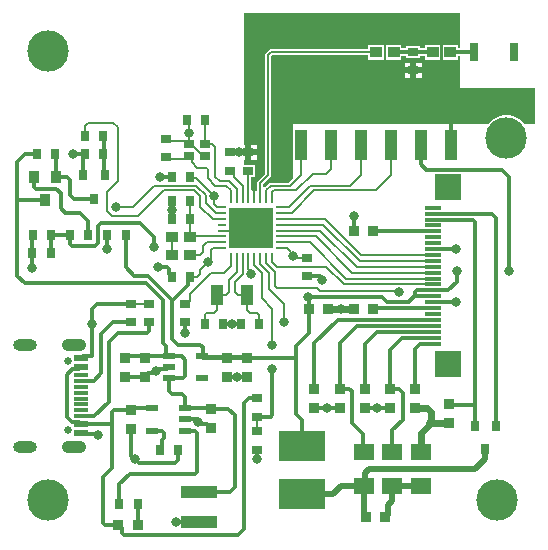
<source format=gtl>
G04*
G04 #@! TF.GenerationSoftware,Altium Limited,Altium Designer,22.6.1 (34)*
G04*
G04 Layer_Physical_Order=1*
G04 Layer_Color=255*
%FSLAX25Y25*%
%MOIN*%
G70*
G04*
G04 #@! TF.SameCoordinates,C960C2BB-4387-47BD-B0B2-73E0CB32DA73*
G04*
G04*
G04 #@! TF.FilePolarity,Positive*
G04*
G01*
G75*
%ADD12C,0.00787*%
%ADD18R,0.03300X0.04200*%
%ADD19R,0.03150X0.03543*%
%ADD20R,0.02756X0.03543*%
%ADD21R,0.03543X0.02756*%
%ADD22R,0.03937X0.09843*%
%ADD23R,0.03150X0.06299*%
%ADD24R,0.03937X0.03740*%
%ADD25R,0.04331X0.02362*%
%ADD26R,0.14961X0.13780*%
%ADD27O,0.02953X0.00984*%
%ADD28O,0.00984X0.02953*%
%ADD29R,0.03937X0.07087*%
%ADD30R,0.15748X0.09843*%
%ADD31R,0.03799X0.03543*%
%ADD32R,0.03543X0.03799*%
%ADD33R,0.03347X0.03740*%
%ADD34R,0.03347X0.02953*%
%ADD35R,0.04528X0.01181*%
%ADD36R,0.04528X0.02362*%
%ADD37R,0.12480X0.04016*%
%ADD38R,0.09055X0.09055*%
%ADD39R,0.05512X0.01181*%
%ADD40R,0.07087X0.05276*%
%ADD69C,0.01181*%
%ADD70C,0.01968*%
%ADD71C,0.01575*%
%ADD72C,0.02362*%
%ADD73C,0.13780*%
%ADD74C,0.02559*%
%ADD75O,0.08268X0.04134*%
%ADD76O,0.07874X0.03937*%
%ADD77C,0.03150*%
G36*
X62500Y75714D02*
X61901D01*
Y76970D01*
X56764D01*
Y72030D01*
X61901D01*
Y73286D01*
X62500D01*
Y62500D01*
X87670D01*
Y50500D01*
X84001D01*
X83818Y50774D01*
X82774Y51818D01*
X81548Y52637D01*
X80185Y53202D01*
X78738Y53490D01*
X77262D01*
X75815Y53202D01*
X74452Y52637D01*
X73226Y51818D01*
X72182Y50774D01*
X71999Y50500D01*
X7000D01*
Y49021D01*
X6932D01*
Y37979D01*
X7000D01*
Y32433D01*
X5580Y31013D01*
X-500D01*
X-888Y30936D01*
X-1216Y30716D01*
X-2534Y29399D01*
X-3034Y29606D01*
Y30533D01*
X-784Y32784D01*
X-564Y33112D01*
X-487Y33500D01*
Y73080D01*
X-80Y73487D01*
X31979D01*
Y72030D01*
X37116D01*
Y76970D01*
X31979D01*
Y75513D01*
X-500D01*
X-888Y75436D01*
X-1216Y75216D01*
X-2216Y74216D01*
X-2436Y73888D01*
X-2513Y73500D01*
Y33920D01*
X-4764Y31669D01*
X-4983Y31341D01*
X-5060Y30953D01*
Y28559D01*
X-5560Y28245D01*
X-6016Y28336D01*
X-6471Y28245D01*
X-6971Y28559D01*
Y32912D01*
X-5628D01*
Y36868D01*
X-9500D01*
Y38551D01*
X-8984D01*
Y41110D01*
Y43669D01*
X-9500D01*
Y87670D01*
X62500D01*
Y75714D01*
D02*
G37*
%LPC*%
G36*
X55996Y76970D02*
X50859D01*
Y75714D01*
X49372D01*
Y76588D01*
X44628D01*
Y75714D01*
X43021D01*
Y76970D01*
X37884D01*
Y72030D01*
X43021D01*
Y73286D01*
X44628D01*
Y72632D01*
X49372D01*
Y73286D01*
X50859D01*
Y72030D01*
X55996D01*
Y76970D01*
D02*
G37*
G36*
X49953Y70949D02*
X47984D01*
Y69374D01*
X49953D01*
Y70949D01*
D02*
G37*
G36*
X46016D02*
X44047D01*
Y69374D01*
X46016D01*
Y70949D01*
D02*
G37*
G36*
X49953Y67405D02*
X47984D01*
Y65831D01*
X49953D01*
Y67405D01*
D02*
G37*
G36*
X46016D02*
X44047D01*
Y65831D01*
X46016D01*
Y67405D01*
D02*
G37*
G36*
X-5047Y43669D02*
X-7016D01*
Y42094D01*
X-5047D01*
Y43669D01*
D02*
G37*
G36*
Y40126D02*
X-7016D01*
Y38551D01*
X-5047D01*
Y40126D01*
D02*
G37*
%LPD*%
D12*
X-62610Y49890D02*
X-61500Y51000D01*
X-62610Y46500D02*
Y49890D01*
X-61500Y51000D02*
X-53000D01*
X-51500Y49500D01*
Y31500D02*
Y49500D01*
X-55000Y28000D02*
X-51500Y31500D01*
X-63043Y40067D02*
X-62610Y40500D01*
X-16646Y15016D02*
X-12315D01*
X-11331Y16000D01*
X-6016Y25646D02*
Y30484D01*
X-4047Y30953D02*
X-1500Y33500D01*
X-4047Y25646D02*
Y30953D01*
X-1500Y73500D02*
X-500Y74500D01*
X-1500Y33500D02*
Y73500D01*
X6000Y30000D02*
X9500Y33500D01*
X-500Y30000D02*
X6000D01*
X-2079Y28421D02*
X-500Y30000D01*
X13500Y34000D02*
X18000D01*
X8000Y28500D02*
X13500Y34000D01*
X500Y28500D02*
X8000D01*
X-110Y27890D02*
X500Y28500D01*
X26000Y30000D02*
X29500Y33500D01*
X12500Y30000D02*
X26000D01*
X5390Y22890D02*
X12500Y30000D01*
X-500Y74500D02*
X34547D01*
X-5000Y-51890D02*
Y-47110D01*
X0Y-23000D02*
Y-11000D01*
X-3500Y-7500D02*
X0Y-11000D01*
X-3500Y-7500D02*
Y1000D01*
X-6016Y3516D02*
X-3500Y1000D01*
X-6016Y3516D02*
Y6354D01*
X-1000Y-4500D02*
Y897D01*
X-4047Y3944D02*
X-1000Y897D01*
X-4047Y3944D02*
Y6354D01*
X1000Y-3539D02*
Y1288D01*
X-2079Y4367D02*
X1000Y1288D01*
X-2079Y4367D02*
Y6354D01*
X-102Y4587D02*
Y6346D01*
Y4587D02*
X1486Y3000D01*
X18000D01*
X-110Y6354D02*
X-102Y6346D01*
X-1000Y-4500D02*
X4000Y-9500D01*
Y-15500D02*
Y-9500D01*
X40779Y-5098D02*
X41902D01*
X16031Y-5031D02*
X40712D01*
X40779Y-5098D01*
X15000Y-4000D02*
X16031Y-5031D01*
X41902Y-5098D02*
X42354Y-5550D01*
X1461Y-4000D02*
X15000D01*
X1000Y-3539D02*
X1461Y-4000D01*
X-7984Y2124D02*
Y6354D01*
X-7000Y500D02*
Y1139D01*
X-7984Y2124D02*
X-7000Y1139D01*
X4890Y9110D02*
X8000Y6000D01*
X-27390Y32500D02*
X-25500D01*
X-55000Y21472D02*
X-53364Y19836D01*
X-44664D01*
X-55000Y21472D02*
Y28000D01*
X-44664Y19836D02*
X-36000Y28500D01*
X-46500Y23000D02*
X-39607Y29893D01*
X-52000Y23000D02*
X-46500D01*
X-36000Y28500D02*
X-26000D01*
X-24000Y26500D01*
Y23000D02*
Y26500D01*
Y23000D02*
X-19953Y18953D01*
X-16646D01*
X-39607Y29893D02*
X-25394D01*
X-22275Y26774D01*
X-34890Y45000D02*
X-28815D01*
X-35500Y45610D02*
X-34890Y45000D01*
X-28815D02*
X-27815Y44000D01*
Y47602D02*
Y51205D01*
X-22275Y24333D02*
X-18864Y20921D01*
X-22275Y24333D02*
Y26774D01*
X-18864Y20921D02*
X-16646D01*
X-14000Y41110D02*
X-8000D01*
X-21500Y4500D02*
X-20500Y5500D01*
X-24000Y2000D02*
X-21500Y4500D01*
X-24000Y500D02*
Y2000D01*
X-20500Y5500D02*
Y8500D01*
X-25000Y36000D02*
X-22000D01*
X-26718Y37718D02*
X-25000Y36000D01*
X-27815Y39866D02*
X-27801D01*
X-26718Y38783D01*
Y37718D02*
Y38783D01*
X-19500Y24000D02*
Y26500D01*
X-25500Y32500D02*
X-19500Y26500D01*
Y24000D02*
X-18406Y22906D01*
X-16661D02*
X-16646Y22890D01*
X-18406Y22906D02*
X-16661D01*
X39500Y33500D02*
Y43500D01*
X34500Y28500D02*
X39500Y33500D01*
X14000Y28500D02*
X34500D01*
X6421Y20921D02*
X14000Y28500D01*
X2646Y20921D02*
X6421D01*
X29500Y33500D02*
Y43500D01*
X2646Y22890D02*
X5390D01*
X19500Y35500D02*
Y43500D01*
X18000Y34000D02*
X19500Y35500D01*
X-110Y25646D02*
Y27890D01*
X9500Y33500D02*
Y43500D01*
X-2079Y25646D02*
Y28421D01*
X8000Y6000D02*
X11500D01*
X2646Y9110D02*
X4890D01*
X-47000Y-9390D02*
X-41000D01*
X-8579Y-11421D02*
Y-6500D01*
Y-11421D02*
X-7500Y-12500D01*
X-5000D01*
X-4390Y-16000D02*
Y-13110D01*
X-5000Y-12500D02*
X-4390Y-13110D01*
X-22610D02*
X-22000Y-12500D01*
X-22610Y-16000D02*
Y-13110D01*
X-22000Y-12500D02*
X-19500D01*
X-18421Y-11421D01*
Y-6500D01*
X-11500D02*
X-8579D01*
X-12500Y-5500D02*
X-11500Y-6500D01*
X-12500Y-5500D02*
Y-2000D01*
X-9953Y547D01*
Y6354D01*
X-18421Y-6500D02*
X-15500D01*
X-14500Y-5500D01*
Y-1500D01*
X-11921Y1079D01*
Y6354D01*
X-28606Y-9390D02*
X-27622Y-8405D01*
Y-6122D02*
X-20500Y1000D01*
X-29000Y-9390D02*
X-28606D01*
X-27622Y-8405D02*
Y-6122D01*
X-20500Y1000D02*
X-16000D01*
X-13890Y3110D01*
Y6354D01*
X-25000Y-500D02*
X-24000Y500D01*
X-27390Y-500D02*
X-25000D01*
X-20500Y8500D02*
X-19890Y9110D01*
X-16646D01*
X-33453Y7000D02*
Y13000D01*
X-33453Y13000D01*
X-27547Y7000D02*
X-24000D01*
X-23000Y8000D01*
Y10000D01*
X-21921Y11079D01*
X-16646D01*
X-27547Y13000D02*
Y24843D01*
X-27390Y25000D01*
X-27547Y13000D02*
X-27500Y13047D01*
X-16646D01*
X-27815Y44000D02*
Y47602D01*
X-28610Y52000D02*
X-27815Y51205D01*
X-24214Y40949D02*
X-23583D01*
X-26732Y42917D02*
X-26183D01*
X-24214Y40949D01*
X-27815Y44000D02*
X-26732Y42917D01*
X-23583Y40949D02*
X-22500Y39866D01*
Y44000D02*
Y51890D01*
X-22390Y52000D01*
X-28791Y38890D02*
X-27815Y39866D01*
X-35500Y38890D02*
X-28791D01*
X-22000Y36000D02*
X-21500Y35500D01*
Y32500D02*
Y35500D01*
Y32500D02*
X-19000Y30000D01*
X-15500D01*
X-13890Y28390D01*
Y25646D02*
Y28390D01*
X-17500Y31500D02*
X-14503D01*
X-11921Y28918D01*
Y25646D02*
Y28918D01*
X-19000Y33000D02*
X-17500Y31500D01*
X-13807Y34890D02*
X-12822Y33906D01*
X-14000Y34890D02*
X-13807D01*
X-12822Y32822D02*
Y33906D01*
Y32822D02*
X-9953Y29953D01*
X-20000Y44000D02*
X-19000Y43000D01*
X-22500Y44000D02*
X-20000D01*
X-19000Y33000D02*
Y43000D01*
X-9953Y25646D02*
Y29953D01*
X-7984Y25646D02*
Y34874D01*
X-8000Y34890D02*
X-7984Y34874D01*
X2646Y19000D02*
X17500D01*
X2646Y17000D02*
X17000D01*
X2646Y15000D02*
X16000D01*
X17500Y19000D02*
X29610Y6890D01*
X53500D01*
X17000Y17000D02*
X29079Y4921D01*
X53500D01*
X16000Y15000D02*
X28047Y2953D01*
X53500D01*
X14453Y13047D02*
X26516Y984D01*
X53500D01*
X2646Y13047D02*
X14453D01*
X24484Y-984D02*
X53500D01*
X2646Y11079D02*
X12421D01*
X24484Y-984D01*
X23953Y-2953D02*
X53500D01*
X18000Y3000D02*
X23953Y-2953D01*
D18*
X-72000Y33000D02*
D03*
X-79400D02*
D03*
X-75700Y25126D02*
D03*
D19*
X-59500Y25563D02*
D03*
X-63043Y33437D02*
D03*
X-55957D02*
D03*
X71000Y-57937D02*
D03*
X74543Y-50063D02*
D03*
X67457D02*
D03*
D20*
X-62610Y46500D02*
D03*
X-56390D02*
D03*
X-56390Y40500D02*
D03*
X-62610D02*
D03*
X-72390D02*
D03*
X-78610D02*
D03*
X-79941Y13669D02*
D03*
X-73721D02*
D03*
X-67526D02*
D03*
X-61305D02*
D03*
X-80110Y7500D02*
D03*
X-73890D02*
D03*
X-28610Y52000D02*
D03*
X-22390D02*
D03*
X-10610Y-16000D02*
D03*
X-4390D02*
D03*
X-22610D02*
D03*
X-16390D02*
D03*
X-31390Y-58000D02*
D03*
X-37610D02*
D03*
X-44890Y-76000D02*
D03*
X-51110D02*
D03*
X-33610Y33000D02*
D03*
X-27390D02*
D03*
X-33610Y25000D02*
D03*
X-27390D02*
D03*
Y19000D02*
D03*
X-33610D02*
D03*
X-27390Y-500D02*
D03*
X-33610D02*
D03*
X-48890Y13669D02*
D03*
X-55110D02*
D03*
D21*
X47000Y74610D02*
D03*
Y68390D02*
D03*
X11500Y6000D02*
D03*
Y-221D02*
D03*
X-5000Y-47110D02*
D03*
Y-40890D02*
D03*
Y-58110D02*
D03*
Y-51890D02*
D03*
X-29000Y-9390D02*
D03*
Y-15610D02*
D03*
X-8000Y34890D02*
D03*
Y41110D02*
D03*
X-14000Y34890D02*
D03*
Y41110D02*
D03*
X-35500Y45610D02*
D03*
Y39390D02*
D03*
X-41000Y-15610D02*
D03*
Y-9390D02*
D03*
X-47000Y-15610D02*
D03*
Y-9390D02*
D03*
D22*
X59500Y43500D02*
D03*
X49500D02*
D03*
X39500D02*
D03*
X29500D02*
D03*
X19500D02*
D03*
X9500D02*
D03*
D23*
X80693Y74500D02*
D03*
X67307D02*
D03*
D24*
X53427D02*
D03*
X59333D02*
D03*
X40453D02*
D03*
X34547D02*
D03*
X-33453Y13000D02*
D03*
X-27547D02*
D03*
X-27547Y7000D02*
D03*
X-33453D02*
D03*
D25*
X-34512Y-26800D02*
D03*
X-23488D02*
D03*
X-34512Y-30540D02*
D03*
Y-34280D02*
D03*
X-23488D02*
D03*
X-28988Y-51700D02*
D03*
X-40012D02*
D03*
X-28988Y-47960D02*
D03*
Y-44220D02*
D03*
X-40012D02*
D03*
D26*
X-7000Y16000D02*
D03*
D27*
X-16646Y9110D02*
D03*
Y11079D02*
D03*
Y13047D02*
D03*
Y15016D02*
D03*
Y16984D02*
D03*
Y18953D02*
D03*
Y20921D02*
D03*
Y22890D02*
D03*
X2646D02*
D03*
Y20921D02*
D03*
Y18953D02*
D03*
Y16984D02*
D03*
Y15016D02*
D03*
Y13047D02*
D03*
Y11079D02*
D03*
Y9110D02*
D03*
D28*
X-13890Y25646D02*
D03*
X-11921D02*
D03*
X-9953D02*
D03*
X-7984D02*
D03*
X-6016D02*
D03*
X-4047D02*
D03*
X-2079D02*
D03*
X-110D02*
D03*
Y6354D02*
D03*
X-2079D02*
D03*
X-4047D02*
D03*
X-6016D02*
D03*
X-7984D02*
D03*
X-9953D02*
D03*
X-11921D02*
D03*
X-13890D02*
D03*
D29*
X-18421Y-6500D02*
D03*
X-8579D02*
D03*
D30*
X10000Y-72874D02*
D03*
Y-56732D02*
D03*
D31*
X31350Y-80500D02*
D03*
X37650D02*
D03*
X27350Y15000D02*
D03*
X33650D02*
D03*
X27350Y-11000D02*
D03*
X33650D02*
D03*
X18650D02*
D03*
X12350D02*
D03*
D32*
X-42500Y-33650D02*
D03*
Y-27350D02*
D03*
X-49000Y-33650D02*
D03*
Y-27350D02*
D03*
X-15000Y-33650D02*
D03*
Y-27350D02*
D03*
X-8500Y-33650D02*
D03*
Y-27350D02*
D03*
X-20500Y-50650D02*
D03*
Y-44350D02*
D03*
X-47000Y-51150D02*
D03*
Y-44850D02*
D03*
X59000Y-42850D02*
D03*
Y-49150D02*
D03*
X47500Y-44000D02*
D03*
Y-37701D02*
D03*
X39125D02*
D03*
Y-44000D02*
D03*
X30750D02*
D03*
Y-37701D02*
D03*
X22375D02*
D03*
Y-44000D02*
D03*
X14000D02*
D03*
Y-37701D02*
D03*
D33*
X-51346Y-83000D02*
D03*
X-44653D02*
D03*
D34*
X-27815Y44000D02*
D03*
Y39866D02*
D03*
X-22500Y44000D02*
D03*
Y39866D02*
D03*
D35*
X-63779Y-33110D02*
D03*
Y-35079D02*
D03*
Y-37047D02*
D03*
Y-46890D02*
D03*
Y-44921D02*
D03*
Y-42953D02*
D03*
Y-39016D02*
D03*
Y-40984D02*
D03*
D36*
Y-49449D02*
D03*
Y-30551D02*
D03*
Y-52598D02*
D03*
Y-27402D02*
D03*
D37*
X-24500Y-72000D02*
D03*
Y-82000D02*
D03*
D38*
X58421Y-29626D02*
D03*
Y29626D02*
D03*
D39*
X53500Y-6890D02*
D03*
Y20669D02*
D03*
Y18701D02*
D03*
Y16732D02*
D03*
Y14764D02*
D03*
Y12795D02*
D03*
Y10827D02*
D03*
Y8858D02*
D03*
Y6890D02*
D03*
Y4921D02*
D03*
Y2953D02*
D03*
Y984D02*
D03*
Y-984D02*
D03*
Y-2953D02*
D03*
Y-4921D02*
D03*
Y-8858D02*
D03*
Y-10827D02*
D03*
Y-12795D02*
D03*
Y-14764D02*
D03*
Y-16732D02*
D03*
Y-18701D02*
D03*
Y-20669D02*
D03*
Y-22638D02*
D03*
Y22638D02*
D03*
D03*
D40*
X49500Y-58870D02*
D03*
Y-70130D02*
D03*
X40000D02*
D03*
Y-58870D02*
D03*
X30500D02*
D03*
Y-70130D02*
D03*
D69*
X-85000Y25126D02*
Y38000D01*
Y0D02*
Y25126D01*
X-34909Y-26800D02*
X-34512D01*
X-48450D02*
X-34909D01*
X-85000Y38000D02*
X-82500Y40500D01*
X-85000Y0D02*
X-82500Y-2500D01*
X-80026Y7585D02*
Y13585D01*
X-80110Y7500D02*
X-80026Y7585D01*
Y13585D02*
X-79941Y13669D01*
X-85000Y25126D02*
X-75700D01*
X-82500Y40500D02*
X-78610D01*
X-67526Y10692D02*
Y13669D01*
Y10692D02*
X-66834Y10000D01*
X-59000D01*
X-58000Y11000D01*
Y16500D01*
X-57000Y17500D01*
X-44000D01*
X-79400Y29692D02*
Y33000D01*
X-78708Y29000D02*
X-72000D01*
X-79400Y29692D02*
X-78708Y29000D01*
X-72000D02*
X-70500Y27500D01*
Y22500D02*
Y27500D01*
Y22500D02*
X-69000Y21000D01*
X-64000D01*
X-61305Y18305D01*
Y13669D02*
Y18305D01*
X-56173Y33654D02*
Y46284D01*
X-56390Y46500D02*
X-56173Y46284D01*
Y33654D02*
X-55957Y33437D01*
X-63043D02*
Y40067D01*
X-66500Y40500D02*
X-62610D01*
X-72195Y33195D02*
Y40305D01*
X-72390Y40500D02*
X-72195Y40305D01*
Y33195D02*
X-72000Y33000D01*
X-67500Y27000D02*
X-66063Y25563D01*
X-59500D01*
X-67500Y27000D02*
Y32000D01*
X-68500Y33000D02*
X-67500Y32000D01*
X-72000Y33000D02*
X-68500D01*
X59333Y74500D02*
X67307D01*
X40453D02*
X53427D01*
X79000Y1500D02*
Y33000D01*
X51348Y35344D02*
X76656D01*
X79000Y33000D01*
X49500Y37192D02*
Y43500D01*
Y37192D02*
X51348Y35344D01*
X-5000Y-61000D02*
Y-58110D01*
X-32000Y-82000D02*
X-24500D01*
X-7890Y-40890D02*
X-5000D01*
X-9500Y-42500D02*
X-7890Y-40890D01*
X-9500Y-84500D02*
Y-42500D01*
X-11500Y-86500D02*
X-9500Y-84500D01*
X-49500Y-86500D02*
X-11500D01*
X-50264Y-85736D02*
X-49500Y-86500D01*
X-50264Y-85736D02*
Y-84083D01*
X-51346Y-83000D02*
X-50264Y-84083D01*
X0Y-46500D02*
Y-31000D01*
X-610Y-47110D02*
X0Y-46500D01*
X-5000Y-47110D02*
X-610D01*
X-53527Y-49500D02*
Y-45542D01*
X-52835Y-44850D01*
X-53527Y-64026D02*
Y-49500D01*
X-53578Y-49449D02*
X-53527Y-49500D01*
X-63779Y-49449D02*
X-53578D01*
X-63579Y-52799D02*
X-58201D01*
X-58000Y-53000D01*
X-63779Y-52598D02*
X-63579Y-52799D01*
X-66819Y-48900D02*
X-64329D01*
X-68500Y-47218D02*
Y-33000D01*
Y-47218D02*
X-66819Y-48900D01*
X-64329D02*
X-63779Y-49449D01*
X-68500Y-33000D02*
X-66642Y-31142D01*
X-64370D02*
X-63779Y-30551D01*
X-66642Y-31142D02*
X-64370D01*
X-60000Y-16000D02*
Y-11000D01*
Y-26710D02*
Y-16000D01*
X-63779Y-27402D02*
X-63189Y-26811D01*
X-60101D02*
X-60000Y-26710D01*
X-63189Y-26811D02*
X-60101D01*
X-63779Y-46890D02*
X-59390D01*
X-63779Y-35079D02*
X-59579D01*
X45473Y-8637D02*
X47221Y-6890D01*
X47610D01*
Y-5613D02*
X48302Y-4921D01*
X47610Y-6890D02*
Y-5613D01*
Y-6890D02*
X53500D01*
X38137Y-8637D02*
X45473D01*
X48302Y-4921D02*
X53500D01*
X36500Y-7000D02*
X38137Y-8637D01*
X12000Y-7000D02*
X36500D01*
X12000Y-7731D02*
X12351Y-8082D01*
X12000Y-7731D02*
Y-7000D01*
X12351Y-10999D02*
Y-8082D01*
X12350Y-11000D02*
X12351Y-10999D01*
X-28177Y33287D02*
X-27390Y32500D01*
X-23213Y-27075D02*
Y-23787D01*
X61500Y-2000D02*
Y1500D01*
X58579Y-4921D02*
X61500Y-2000D01*
X53500Y-4921D02*
X58579D01*
X-37979Y2979D02*
X-35089D01*
X-34398Y508D02*
Y2287D01*
Y508D02*
X-33500Y-390D01*
X-35089Y2979D02*
X-34398Y2287D01*
X-33610Y-500D02*
X-33500Y-390D01*
X8000Y-46000D02*
Y-23478D01*
X-39500Y9500D02*
Y13000D01*
X-44000Y17500D02*
X-39500Y13000D01*
X-37500Y33000D02*
X-33610D01*
X-60000Y-11000D02*
X-58390Y-9390D01*
X-58000Y-53000D02*
Y-52500D01*
X-59579Y-35079D02*
X-57000Y-32500D01*
Y-19500D01*
X-53110Y-15610D01*
X-47000D01*
X-51500Y-19000D02*
X-41692D01*
X-54500Y-22000D02*
X-51500Y-19000D01*
X-54500Y-42000D02*
Y-22000D01*
X-59390Y-46890D02*
X-54500Y-42000D01*
X-56500Y-67000D02*
X-53527Y-64026D01*
X-52835Y-44850D02*
X-47000D01*
X-29000Y-19000D02*
Y-15610D01*
X-33500Y-21000D02*
Y-8500D01*
Y-21000D02*
X-31500Y-23000D01*
X-24000D01*
X-35500Y-26209D02*
Y-23500D01*
X-36500Y-22500D02*
Y-8000D01*
Y-22500D02*
X-35500Y-23500D01*
Y-26209D02*
X-34909Y-26800D01*
X-24000Y-23000D02*
X-23213Y-23787D01*
X-55110Y8819D02*
Y13669D01*
X-80110Y2650D02*
Y7500D01*
X-33610Y19000D02*
Y25000D01*
X-73721Y13669D02*
X-67526D01*
X-73890Y7500D02*
Y13500D01*
X59500Y43500D02*
Y52500D01*
X16500Y-1500D02*
Y-1000D01*
X15721Y-221D02*
X16500Y-1000D01*
X11500Y-221D02*
X15721D01*
X-39341Y-32341D02*
X-38131Y-31131D01*
X-35102D02*
X-34512Y-30540D01*
X-38131Y-31131D02*
X-35102D01*
X-41319Y-32341D02*
X-39341D01*
X-42500Y-33650D02*
Y-33522D01*
X-41319Y-32341D01*
X-49000Y-33650D02*
X-42500D01*
X-32500Y-62500D02*
X-31390Y-61390D01*
Y-58000D01*
X-44500Y-62500D02*
X-32500D01*
X-47000Y-60000D02*
X-44500Y-62500D01*
X-47000Y-60000D02*
Y-51150D01*
X-25000Y-65308D02*
Y-52392D01*
X-51110Y-69610D02*
X-47500Y-66000D01*
X-25692D02*
X-25000Y-65308D01*
X-47500Y-66000D02*
X-25692D01*
X-51110Y-76000D02*
Y-69610D01*
X-21681Y-49341D02*
X-20500Y-50522D01*
X-24160Y-49341D02*
X-21681D01*
X-20500Y-50650D02*
Y-50522D01*
X-25540Y-47960D02*
X-24160Y-49341D01*
X-28988Y-47960D02*
X-25540D01*
X-15000Y-33650D02*
X-8500D01*
X8000Y-23478D02*
X12350Y-19128D01*
X8000Y-46000D02*
X10000Y-48000D01*
Y-56732D02*
Y-48000D01*
X-8500Y-27350D02*
X7850D01*
X-41500Y0D02*
X-33500Y-8000D01*
Y-8500D02*
Y-8000D01*
X-46000Y0D02*
X-41500D01*
X-48890Y2890D02*
X-46000Y0D01*
X-48890Y2890D02*
Y13669D01*
X-82500Y-2500D02*
X-42000D01*
X-36500Y-8000D01*
X-33500Y-8500D02*
X-28177Y-3177D01*
Y-1287D01*
X-27390Y-500D01*
X-58390Y-9390D02*
X-47000D01*
X-16390Y-16000D02*
X-10610D01*
X-30000Y-39500D02*
X-28988Y-40512D01*
Y-44220D02*
Y-40512D01*
X-33500Y-39500D02*
X-30000D01*
X-34512Y-38488D02*
X-33500Y-39500D01*
X-34512Y-38488D02*
Y-34280D01*
X-49000Y-27350D02*
X-48450Y-26800D01*
X-30200D02*
X-29000Y-28000D01*
X-34512Y-26800D02*
X-30200D01*
X-29000Y-33588D02*
Y-28000D01*
X-29692Y-34280D02*
X-29000Y-33588D01*
X-34512Y-34280D02*
X-29692D01*
X-14650Y-44350D02*
X-12500Y-46500D01*
X-20500Y-44350D02*
X-14650D01*
X-12500Y-70500D02*
Y-46500D01*
X-14000Y-72000D02*
X-12500Y-70500D01*
X-24500Y-72000D02*
X-14000D01*
X-44890Y-76000D02*
X-44772Y-76118D01*
Y-82882D02*
X-44653Y-83000D01*
X-44772Y-82882D02*
Y-76118D01*
X-56500Y-82308D02*
Y-67000D01*
X-55808Y-83000D02*
X-51346D01*
X-56500Y-82308D02*
X-55808Y-83000D01*
X-47000Y-44850D02*
X-46369Y-44220D01*
X-25692Y-51700D02*
X-25000Y-52392D01*
X-28988Y-51700D02*
X-25692D01*
X-20631Y-44220D02*
X-20500Y-44350D01*
X-28988Y-44220D02*
X-20631D01*
X-37610Y-58000D02*
X-36823Y-57213D01*
Y-54823D01*
X-36000Y-54000D01*
Y-52392D01*
X-40012Y-51700D02*
X-36692D01*
X-36000Y-52392D01*
X-46369Y-44220D02*
X-40012D01*
X27350Y15000D02*
Y19850D01*
X53500Y8858D02*
X61142D01*
X53500Y-8858D02*
X61142D01*
X-47591Y-16202D02*
X-47000Y-15610D01*
X-41692Y-19000D02*
X-41000Y-18308D01*
Y-15610D01*
X33650Y15000D02*
X33886Y14764D01*
X53500D01*
X67457Y-50063D02*
Y-43043D01*
X59193D02*
X67457D01*
X59000Y-42850D02*
X59193Y-43043D01*
X67457D02*
Y18009D01*
X53500Y18701D02*
X66765D01*
X67457Y18009D01*
X74543Y-50063D02*
Y19265D01*
X73139Y20669D02*
X74543Y19265D01*
X53500Y20669D02*
X73139D01*
X12350Y-19128D02*
Y-11000D01*
X33650D02*
X33823Y-10827D01*
X53500D01*
X30750Y-44000D02*
X39125D01*
X14000D02*
X22375D01*
X26500Y-49000D02*
Y-38500D01*
X30152Y-58523D02*
Y-52653D01*
X26500Y-49000D02*
X30152Y-52653D01*
Y-58523D02*
X30500Y-58870D01*
X40000D02*
Y-51500D01*
X43500Y-48000D01*
Y-39000D01*
X42201Y-37701D02*
X43500Y-39000D01*
X39125Y-37701D02*
X42201D01*
X25701D02*
X26500Y-38500D01*
X22375Y-37701D02*
X25701D01*
X14000Y-22500D02*
X21736Y-14764D01*
X14000Y-37701D02*
Y-22500D01*
X21736Y-14764D02*
X53500D01*
X22375Y-22625D02*
X28268Y-16732D01*
X22375Y-37701D02*
Y-22625D01*
X28268Y-16732D02*
X53500D01*
X30750Y-22750D02*
X34799Y-18701D01*
X30750Y-37701D02*
Y-22750D01*
X34799Y-18701D02*
X53500D01*
X39125Y-24875D02*
X43331Y-20669D01*
X39125Y-37701D02*
Y-24875D01*
X43331Y-20669D02*
X53500D01*
X47500Y-37701D02*
Y-24500D01*
X49362Y-22638D01*
X53500D01*
D70*
X67500Y-64500D02*
X70739Y-61261D01*
Y-58198D01*
X71000Y-57937D01*
X32153Y-64500D02*
X67500D01*
X31000Y-65653D02*
X32153Y-64500D01*
X31000Y-69630D02*
Y-65653D01*
X30500Y-70130D02*
X31000Y-69630D01*
X20126Y-72874D02*
X22870Y-70130D01*
X30500D01*
X10000Y-72874D02*
X20126D01*
X30500Y-79713D02*
X31287Y-80500D01*
X30500Y-79713D02*
Y-70130D01*
X31287Y-80500D02*
X31350D01*
X38565Y-76435D02*
X40000Y-75000D01*
Y-70130D01*
X37778Y-80500D02*
X38565Y-79713D01*
Y-76435D01*
X37650Y-80500D02*
X37778D01*
X40000Y-70130D02*
X49500D01*
D71*
X-23213Y-27075D02*
X-8775D01*
X-8500Y-27350D01*
D72*
X18650Y-11000D02*
X27350D01*
X51467Y-44000D02*
X52850Y-45384D01*
Y-49150D02*
Y-45384D01*
X47500Y-44000D02*
X51467D01*
X49500Y-52500D02*
X52850Y-49150D01*
X59000D01*
X49500Y-58870D02*
Y-52500D01*
D73*
X78000Y46000D02*
D03*
X74803Y-74803D02*
D03*
X-74803D02*
D03*
Y74803D02*
D03*
D74*
X-68012Y-28622D02*
D03*
Y-51378D02*
D03*
D75*
X-66043Y-57008D02*
D03*
Y-22992D02*
D03*
D76*
X-82500Y-57008D02*
D03*
Y-22992D02*
D03*
D77*
X-2669Y20331D02*
D03*
Y16000D02*
D03*
Y11669D02*
D03*
X-7000Y20331D02*
D03*
Y16000D02*
D03*
Y11669D02*
D03*
X-11331Y20331D02*
D03*
Y16000D02*
D03*
Y11669D02*
D03*
X71750Y55000D02*
D03*
X83500D02*
D03*
X30375Y83500D02*
D03*
X20750D02*
D03*
X11125D02*
D03*
X1500D02*
D03*
X-4500D02*
D03*
X49625Y63250D02*
D03*
X40000D02*
D03*
X49500Y55000D02*
D03*
X39875D02*
D03*
X11000D02*
D03*
X20625D02*
D03*
X30250D02*
D03*
X11125Y63250D02*
D03*
X20750D02*
D03*
X30375D02*
D03*
X-4500Y77500D02*
D03*
X83500Y60750D02*
D03*
X71750D02*
D03*
X60000D02*
D03*
X1500Y77500D02*
D03*
X11125D02*
D03*
X20750D02*
D03*
X30375D02*
D03*
X40125Y80000D02*
D03*
X52625D02*
D03*
X60000D02*
D03*
Y69000D02*
D03*
X52625D02*
D03*
X40125D02*
D03*
X30375Y71500D02*
D03*
X20750D02*
D03*
X11125D02*
D03*
X-4500Y52250D02*
D03*
Y61875D02*
D03*
Y71500D02*
D03*
X1500D02*
D03*
Y61875D02*
D03*
Y52250D02*
D03*
Y42625D02*
D03*
Y33000D02*
D03*
X-5000Y-61000D02*
D03*
X-32000Y-82000D02*
D03*
X0Y-31000D02*
D03*
Y-23000D02*
D03*
X42354Y-5550D02*
D03*
X12000Y-7000D02*
D03*
X4000Y-15500D02*
D03*
X-7000Y500D02*
D03*
X-39500Y9500D02*
D03*
X79000Y1500D02*
D03*
X61500D02*
D03*
X-13500Y-16000D02*
D03*
X-38000Y3000D02*
D03*
X-52000Y23000D02*
D03*
X-37500Y33000D02*
D03*
X-60000Y-16000D02*
D03*
X-58000Y-53000D02*
D03*
X-27815Y47602D02*
D03*
X-11000Y41110D02*
D03*
X-19500Y26500D02*
D03*
X-21500Y4500D02*
D03*
X-45750Y-61250D02*
D03*
X-24850Y-48650D02*
D03*
X-11750Y-33650D02*
D03*
X-38736Y-31736D02*
D03*
X-29000Y-19000D02*
D03*
X-55110Y8819D02*
D03*
X-66500Y40500D02*
D03*
X-80110Y2650D02*
D03*
X-33610Y22000D02*
D03*
X59500Y52500D02*
D03*
X16500Y-1500D02*
D03*
X7000Y6500D02*
D03*
X27350Y19850D02*
D03*
X61142Y8858D02*
D03*
Y-8858D02*
D03*
X23000Y-11000D02*
D03*
X52850Y-49150D02*
D03*
X34938Y-44000D02*
D03*
X18188D02*
D03*
M02*

</source>
